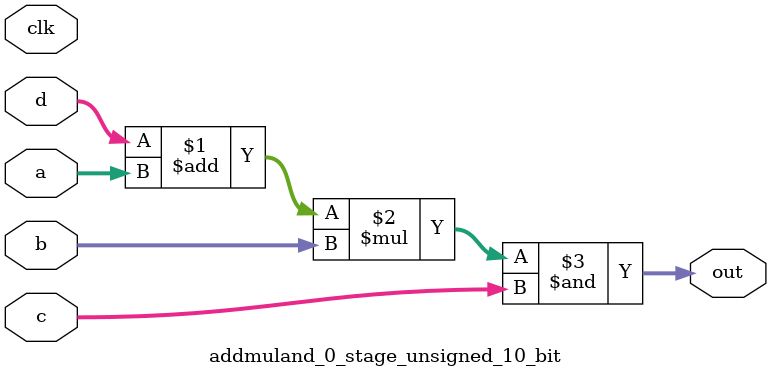
<source format=sv>
(* use_dsp = "yes" *) module addmuland_0_stage_unsigned_10_bit(
	input  [9:0] a,
	input  [9:0] b,
	input  [9:0] c,
	input  [9:0] d,
	output [9:0] out,
	input clk);

	assign out = ((d + a) * b) & c;
endmodule

</source>
